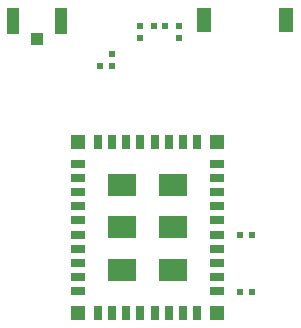
<source format=gtp>
%FSLAX25Y25*%
%MOIN*%
G70*
G01*
G75*
G04 Layer_Color=8421504*
%ADD10C,0.01969*%
%ADD11R,0.04134X0.08661*%
%ADD12R,0.03937X0.04134*%
%ADD13R,0.05118X0.08071*%
%ADD14R,0.04724X0.02756*%
%ADD15R,0.04724X0.04724*%
%ADD16R,0.02756X0.04724*%
%ADD17R,0.09449X0.07480*%
%ADD18R,0.02362X0.01969*%
%ADD19R,0.01969X0.02362*%
%ADD20C,0.01000*%
%ADD21C,0.02200*%
%ADD22R,0.07874X0.07874*%
%ADD23C,0.00394*%
D11*
X279331Y375394D02*
D03*
X295079D02*
D03*
D12*
X287205Y369390D02*
D03*
D13*
X370177Y375689D02*
D03*
X343012D02*
D03*
D14*
X301000Y327717D02*
D03*
Y322992D02*
D03*
Y318268D02*
D03*
Y313543D02*
D03*
Y308819D02*
D03*
Y304094D02*
D03*
Y299370D02*
D03*
Y294646D02*
D03*
Y289921D02*
D03*
Y285197D02*
D03*
X347063D02*
D03*
Y289921D02*
D03*
Y294646D02*
D03*
Y299370D02*
D03*
Y304095D02*
D03*
Y308819D02*
D03*
Y313543D02*
D03*
Y318268D02*
D03*
Y322992D02*
D03*
Y327717D02*
D03*
D15*
X301000Y277913D02*
D03*
X347063D02*
D03*
Y335000D02*
D03*
X301000D02*
D03*
D16*
X307496Y277913D02*
D03*
X312220D02*
D03*
X316945D02*
D03*
X321669D02*
D03*
X326394D02*
D03*
X331118D02*
D03*
X335843D02*
D03*
X340567D02*
D03*
X307496Y335000D02*
D03*
X312220D02*
D03*
X316945D02*
D03*
X321669D02*
D03*
X326394D02*
D03*
X331118D02*
D03*
X335843D02*
D03*
X340567D02*
D03*
D17*
X315567Y320630D02*
D03*
X332496D02*
D03*
Y306457D02*
D03*
X315567D02*
D03*
X332496Y292283D02*
D03*
X315567D02*
D03*
D18*
X321555Y373622D02*
D03*
Y369685D02*
D03*
X334449Y373622D02*
D03*
Y369685D02*
D03*
X312205Y364173D02*
D03*
Y360236D02*
D03*
D19*
X326083Y373622D02*
D03*
X330020D02*
D03*
X355020Y284941D02*
D03*
X358957D02*
D03*
X355020Y303937D02*
D03*
X358957D02*
D03*
X312205Y360236D02*
D03*
X308268D02*
D03*
M02*

</source>
